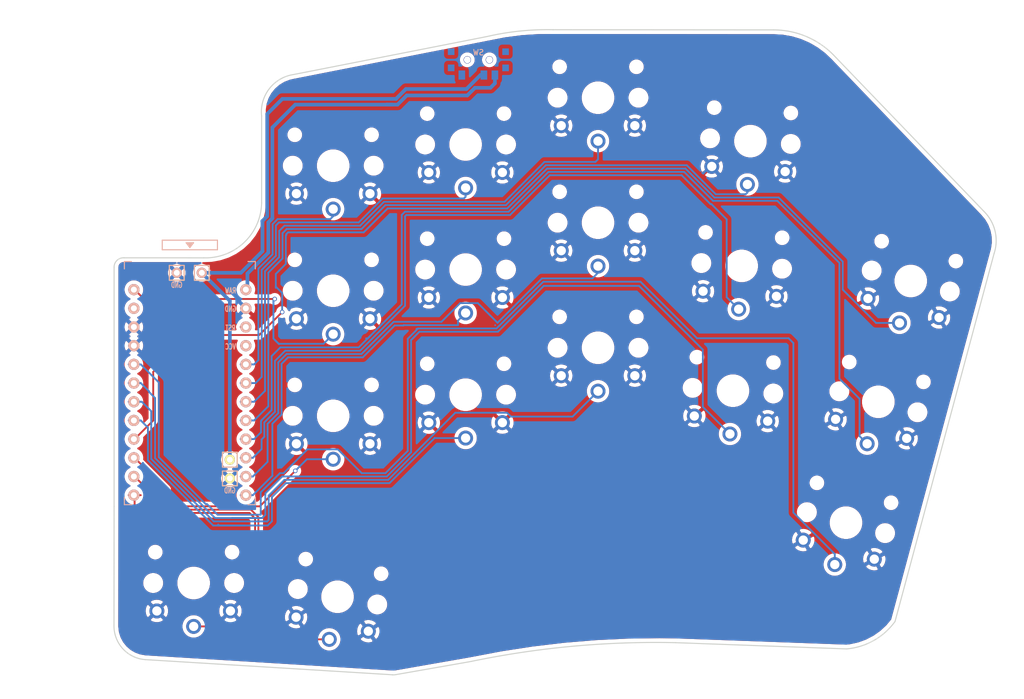
<source format=kicad_pcb>
(kicad_pcb (version 20171130) (host pcbnew "(5.1.10-1-10_14)")
  (title_block (title hypergolic) (date 2020-12-26) (rev 0.1) (company broomlabs))
  (layers (0 F.Cu signal) (31 B.Cu signal) (34 B.Paste user) (35 F.Paste user) (36 B.SilkS user) (37 F.SilkS user) (38 B.Mask user) (39 F.Mask user) (44 Edge.Cuts user))
  (net 0 "")
  (net 1 reset)
  (net 2 BT+)
  (net 3 gnd)
  (net 4 vcc)
  (net 5 Switch18)
  (net 6 Switch1)
  (net 7 Switch2)
  (net 8 Switch3)
  (net 9 Switch4)
  (net 10 Switch5)
  (net 11 Switch6)
  (net 12 Switch7)
  (net 13 Switch8)
  (net 14 Switch9)
  (net 15 Switch10)
  (net 16 Switch11)
  (net 17 Switch12)
  (net 18 Switch13)
  (net 19 Switch14)
  (net 20 Switch15)
  (net 21 Switch16)
  (net 22 Switch17)
  (net 23 "Net-(SW_POWER1-Pad1)")
  (net 24 raw)
  (module Kailh:SW_PG1350_rev_DPB (layer B.Cu) (at 59.26 75.064 180)
    (fp_text reference SW18 hide)
    (fp_text value SW_Push hide)
    (pad "" np_thru_hole circle (at -5.5 0 180) (size 1.7018 1.7018) (drill 1.7018) (layers *.Cu *.Mask))
    (pad "" np_thru_hole circle (at 5.5 0 180) (size 1.7018 1.7018) (drill 1.7018) (layers *.Cu *.Mask))
    (pad "" np_thru_hole circle (at 5.22 4.2 180) (size 0.9906 0.9906) (drill 0.9906) (layers *.Cu *.Mask))
    (pad 1 thru_hole circle (at 0 -5.9 180) (size 2.032 2.032) (drill 1.27) (layers *.Cu *.Mask) (net 20 Switch15))
    (pad 2 thru_hole circle (at -5 -3.8 180) (size 2.032 2.032) (drill 1.27) (layers *.Cu *.Mask) (net 3 gnd))
    (pad "" np_thru_hole circle (at 0 0 180) (size 3.429 3.429) (drill 3.429) (layers *.Cu *.Mask))
    (pad 2 thru_hole circle (at 5 -3.8 180) (size 2.032 2.032) (drill 1.27) (layers *.Cu *.Mask) (net 3 gnd))
    (pad "" np_thru_hole circle (at -5.22 4.2 180) (size 0.9906 0.9906) (drill 0.9906) (layers *.Cu *.Mask))
  )
  (module Kailh:SW_PG1350_rev_DPB (layer B.Cu) (at 115.9747 37.7256 176)
    (fp_text reference SW3 hide)
    (fp_text value SW_Push hide)
    (pad "" np_thru_hole circle (at -5.5 0 176) (size 1.7018 1.7018) (drill 1.7018) (layers *.Cu *.Mask))
    (pad "" np_thru_hole circle (at 5.5 0 176) (size 1.7018 1.7018) (drill 1.7018) (layers *.Cu *.Mask))
    (pad "" np_thru_hole circle (at 5.22 4.2 176) (size 0.9906 0.9906) (drill 0.9906) (layers *.Cu *.Mask))
    (pad 1 thru_hole circle (at 0 -5.9 176) (size 2.032 2.032) (drill 1.27) (layers *.Cu *.Mask) (net 7 Switch2))
    (pad 2 thru_hole circle (at -5 -3.8 176) (size 2.032 2.032) (drill 1.27) (layers *.Cu *.Mask) (net 3 gnd))
    (pad "" np_thru_hole circle (at 0 0 176) (size 3.429 3.429) (drill 3.429) (layers *.Cu *.Mask))
    (pad 2 thru_hole circle (at 5 -3.8 176) (size 2.032 2.032) (drill 1.27) (layers *.Cu *.Mask) (net 3 gnd))
    (pad "" np_thru_hole circle (at -5.22 4.2 176) (size 0.9906 0.9906) (drill 0.9906) (layers *.Cu *.Mask))
  )
  (module Kailh:SW_PG1350_rev_DPB (layer B.Cu) (at 59.26 58.064 180)
    (fp_text reference SW12 hide)
    (fp_text value SW_Push hide)
    (pad "" np_thru_hole circle (at -5.5 0 180) (size 1.7018 1.7018) (drill 1.7018) (layers *.Cu *.Mask))
    (pad "" np_thru_hole circle (at 5.5 0 180) (size 1.7018 1.7018) (drill 1.7018) (layers *.Cu *.Mask))
    (pad "" np_thru_hole circle (at 5.22 4.2 180) (size 0.9906 0.9906) (drill 0.9906) (layers *.Cu *.Mask))
    (pad 1 thru_hole circle (at 0 -5.9 180) (size 2.032 2.032) (drill 1.27) (layers *.Cu *.Mask) (net 15 Switch10))
    (pad 2 thru_hole circle (at -5 -3.8 180) (size 2.032 2.032) (drill 1.27) (layers *.Cu *.Mask) (net 3 gnd))
    (pad "" np_thru_hole circle (at 0 0 180) (size 3.429 3.429) (drill 3.429) (layers *.Cu *.Mask))
    (pad 2 thru_hole circle (at 5 -3.8 180) (size 2.032 2.032) (drill 1.27) (layers *.Cu *.Mask) (net 3 gnd))
    (pad "" np_thru_hole circle (at -5.22 4.2 180) (size 0.9906 0.9906) (drill 0.9906) (layers *.Cu *.Mask))
  )
  (module Kailh:SW_PG1350_rev_DPB (layer B.Cu) (at 40.294 97.79 180)
    (fp_text reference SW21 hide)
    (fp_text value SW_Push hide)
    (pad "" np_thru_hole circle (at -5.5 0 180) (size 1.7018 1.7018) (drill 1.7018) (layers *.Cu *.Mask))
    (pad "" np_thru_hole circle (at 5.5 0 180) (size 1.7018 1.7018) (drill 1.7018) (layers *.Cu *.Mask))
    (pad "" np_thru_hole circle (at 5.22 4.2 180) (size 0.9906 0.9906) (drill 0.9906) (layers *.Cu *.Mask))
    (pad 1 thru_hole circle (at 0 -5.9 180) (size 2.032 2.032) (drill 1.27) (layers *.Cu *.Mask) (net 22 Switch17))
    (pad 2 thru_hole circle (at -5 -3.8 180) (size 2.032 2.032) (drill 1.27) (layers *.Cu *.Mask) (net 3 gnd))
    (pad "" np_thru_hole circle (at 0 0 180) (size 3.429 3.429) (drill 3.429) (layers *.Cu *.Mask))
    (pad 2 thru_hole circle (at 5 -3.8 180) (size 2.032 2.032) (drill 1.27) (layers *.Cu *.Mask) (net 3 gnd))
    (pad "" np_thru_hole circle (at -5.22 4.2 180) (size 0.9906 0.9906) (drill 0.9906) (layers *.Cu *.Mask))
  )
  (module Kailh:SW_PG1350_rev_DPB (layer B.Cu) (at 59.852 99.658 169)
    (fp_text reference SW20 hide)
    (fp_text value SW_Push hide)
    (pad "" np_thru_hole circle (at -5.5 0 169) (size 1.7018 1.7018) (drill 1.7018) (layers *.Cu *.Mask))
    (pad "" np_thru_hole circle (at 5.5 0 169) (size 1.7018 1.7018) (drill 1.7018) (layers *.Cu *.Mask))
    (pad "" np_thru_hole circle (at 5.22 4.2 169) (size 0.9906 0.9906) (drill 0.9906) (layers *.Cu *.Mask))
    (pad 1 thru_hole circle (at 0 -5.9 169) (size 2.032 2.032) (drill 1.27) (layers *.Cu *.Mask) (net 21 Switch16))
    (pad 2 thru_hole circle (at -5 -3.8 169) (size 2.032 2.032) (drill 1.27) (layers *.Cu *.Mask) (net 3 gnd))
    (pad "" np_thru_hole circle (at 0 0 169) (size 3.429 3.429) (drill 3.429) (layers *.Cu *.Mask))
    (pad 2 thru_hole circle (at 5 -3.8 169) (size 2.032 2.032) (drill 1.27) (layers *.Cu *.Mask) (net 3 gnd))
    (pad "" np_thru_hole circle (at -5.22 4.2 169) (size 0.9906 0.9906) (drill 0.9906) (layers *.Cu *.Mask))
  )
  (module Kailh:SW_PG1350_rev_DPB (layer B.Cu) (at 77.26 72.189 180)
    (fp_text reference SW17 hide)
    (fp_text value SW_Push hide)
    (pad "" np_thru_hole circle (at -5.5 0 180) (size 1.7018 1.7018) (drill 1.7018) (layers *.Cu *.Mask))
    (pad "" np_thru_hole circle (at 5.5 0 180) (size 1.7018 1.7018) (drill 1.7018) (layers *.Cu *.Mask))
    (pad "" np_thru_hole circle (at 5.22 4.2 180) (size 0.9906 0.9906) (drill 0.9906) (layers *.Cu *.Mask))
    (pad 1 thru_hole circle (at 0 -5.9 180) (size 2.032 2.032) (drill 1.27) (layers *.Cu *.Mask) (net 19 Switch14))
    (pad 2 thru_hole circle (at -5 -3.8 180) (size 2.032 2.032) (drill 1.27) (layers *.Cu *.Mask) (net 3 gnd))
    (pad "" np_thru_hole circle (at 0 0 180) (size 3.429 3.429) (drill 3.429) (layers *.Cu *.Mask))
    (pad 2 thru_hole circle (at 5 -3.8 180) (size 2.032 2.032) (drill 1.27) (layers *.Cu *.Mask) (net 3 gnd))
    (pad "" np_thru_hole circle (at -5.22 4.2 180) (size 0.9906 0.9906) (drill 0.9906) (layers *.Cu *.Mask))
  )
  (module Kailh:SW_PG1350_rev_DPB (layer B.Cu) (at 95.26 65.814 180)
    (fp_text reference SW16 hide)
    (fp_text value SW_Push hide)
    (pad "" np_thru_hole circle (at -5.5 0 180) (size 1.7018 1.7018) (drill 1.7018) (layers *.Cu *.Mask))
    (pad "" np_thru_hole circle (at 5.5 0 180) (size 1.7018 1.7018) (drill 1.7018) (layers *.Cu *.Mask))
    (pad "" np_thru_hole circle (at 5.22 4.2 180) (size 0.9906 0.9906) (drill 0.9906) (layers *.Cu *.Mask))
    (pad 1 thru_hole circle (at 0 -5.9 180) (size 2.032 2.032) (drill 1.27) (layers *.Cu *.Mask) (net 18 Switch13))
    (pad 2 thru_hole circle (at -5 -3.8 180) (size 2.032 2.032) (drill 1.27) (layers *.Cu *.Mask) (net 3 gnd))
    (pad "" np_thru_hole circle (at 0 0 180) (size 3.429 3.429) (drill 3.429) (layers *.Cu *.Mask))
    (pad 2 thru_hole circle (at 5 -3.8 180) (size 2.032 2.032) (drill 1.27) (layers *.Cu *.Mask) (net 3 gnd))
    (pad "" np_thru_hole circle (at -5.22 4.2 180) (size 0.9906 0.9906) (drill 0.9906) (layers *.Cu *.Mask))
  )
  (module Kailh:SW_PG1350_rev_DPB (layer B.Cu) (at 113.6027 71.6477 176)
    (fp_text reference SW15 hide)
    (fp_text value SW_Push hide)
    (pad "" np_thru_hole circle (at -5.5 0 176) (size 1.7018 1.7018) (drill 1.7018) (layers *.Cu *.Mask))
    (pad "" np_thru_hole circle (at 5.5 0 176) (size 1.7018 1.7018) (drill 1.7018) (layers *.Cu *.Mask))
    (pad "" np_thru_hole circle (at 5.22 4.2 176) (size 0.9906 0.9906) (drill 0.9906) (layers *.Cu *.Mask))
    (pad 1 thru_hole circle (at 0 -5.9 176) (size 2.032 2.032) (drill 1.27) (layers *.Cu *.Mask) (net 17 Switch12))
    (pad 2 thru_hole circle (at -5 -3.8 176) (size 2.032 2.032) (drill 1.27) (layers *.Cu *.Mask) (net 3 gnd))
    (pad "" np_thru_hole circle (at 0 0 176) (size 3.429 3.429) (drill 3.429) (layers *.Cu *.Mask))
    (pad 2 thru_hole circle (at 5 -3.8 176) (size 2.032 2.032) (drill 1.27) (layers *.Cu *.Mask) (net 3 gnd))
    (pad "" np_thru_hole circle (at -5.22 4.2 176) (size 0.9906 0.9906) (drill 0.9906) (layers *.Cu *.Mask))
  )
  (module Kailh:SW_PG1350_rev_DPB (layer B.Cu) (at 77.26 55.184 180)
    (fp_text reference SW11 hide)
    (fp_text value SW_Push hide)
    (pad "" np_thru_hole circle (at -5.5 0 180) (size 1.7018 1.7018) (drill 1.7018) (layers *.Cu *.Mask))
    (pad "" np_thru_hole circle (at 5.5 0 180) (size 1.7018 1.7018) (drill 1.7018) (layers *.Cu *.Mask))
    (pad "" np_thru_hole circle (at 5.22 4.2 180) (size 0.9906 0.9906) (drill 0.9906) (layers *.Cu *.Mask))
    (pad 1 thru_hole circle (at 0 -5.9 180) (size 2.032 2.032) (drill 1.27) (layers *.Cu *.Mask) (net 14 Switch9))
    (pad 2 thru_hole circle (at -5 -3.8 180) (size 2.032 2.032) (drill 1.27) (layers *.Cu *.Mask) (net 3 gnd))
    (pad "" np_thru_hole circle (at 0 0 180) (size 3.429 3.429) (drill 3.429) (layers *.Cu *.Mask))
    (pad 2 thru_hole circle (at 5 -3.8 180) (size 2.032 2.032) (drill 1.27) (layers *.Cu *.Mask) (net 3 gnd))
    (pad "" np_thru_hole circle (at -5.22 4.2 180) (size 0.9906 0.9906) (drill 0.9906) (layers *.Cu *.Mask))
  )
  (module Kailh:SW_PG1350_rev_DPB (layer B.Cu) (at 95.26 48.814 180)
    (fp_text reference SW10 hide)
    (fp_text value SW_Push hide)
    (pad "" np_thru_hole circle (at -5.5 0 180) (size 1.7018 1.7018) (drill 1.7018) (layers *.Cu *.Mask))
    (pad "" np_thru_hole circle (at 5.5 0 180) (size 1.7018 1.7018) (drill 1.7018) (layers *.Cu *.Mask))
    (pad "" np_thru_hole circle (at 5.22 4.2 180) (size 0.9906 0.9906) (drill 0.9906) (layers *.Cu *.Mask))
    (pad 1 thru_hole circle (at 0 -5.9 180) (size 2.032 2.032) (drill 1.27) (layers *.Cu *.Mask) (net 13 Switch8))
    (pad 2 thru_hole circle (at -5 -3.8 180) (size 2.032 2.032) (drill 1.27) (layers *.Cu *.Mask) (net 3 gnd))
    (pad "" np_thru_hole circle (at 0 0 180) (size 3.429 3.429) (drill 3.429) (layers *.Cu *.Mask))
    (pad 2 thru_hole circle (at 5 -3.8 180) (size 2.032 2.032) (drill 1.27) (layers *.Cu *.Mask) (net 3 gnd))
    (pad "" np_thru_hole circle (at -5.22 4.2 180) (size 0.9906 0.9906) (drill 0.9906) (layers *.Cu *.Mask))
  )
  (module Kailh:SW_PG1350_rev_DPB (layer B.Cu) (at 114.7889 54.6842 176)
    (fp_text reference SW9 hide)
    (fp_text value SW_Push hide)
    (pad "" np_thru_hole circle (at -5.5 0 176) (size 1.7018 1.7018) (drill 1.7018) (layers *.Cu *.Mask))
    (pad "" np_thru_hole circle (at 5.5 0 176) (size 1.7018 1.7018) (drill 1.7018) (layers *.Cu *.Mask))
    (pad "" np_thru_hole circle (at 5.22 4.2 176) (size 0.9906 0.9906) (drill 0.9906) (layers *.Cu *.Mask))
    (pad 1 thru_hole circle (at 0 -5.9 176) (size 2.032 2.032) (drill 1.27) (layers *.Cu *.Mask) (net 12 Switch7))
    (pad 2 thru_hole circle (at -5 -3.8 176) (size 2.032 2.032) (drill 1.27) (layers *.Cu *.Mask) (net 3 gnd))
    (pad "" np_thru_hole circle (at 0 0 176) (size 3.429 3.429) (drill 3.429) (layers *.Cu *.Mask))
    (pad 2 thru_hole circle (at 5 -3.8 176) (size 2.032 2.032) (drill 1.27) (layers *.Cu *.Mask) (net 3 gnd))
    (pad "" np_thru_hole circle (at -5.22 4.2 176) (size 0.9906 0.9906) (drill 0.9906) (layers *.Cu *.Mask))
  )
  (module Kailh:SW_PG1350_rev_DPB (layer B.Cu) (at 59.26 41.064 180)
    (fp_text reference SW6 hide)
    (fp_text value SW_Push hide)
    (pad "" np_thru_hole circle (at -5.5 0 180) (size 1.7018 1.7018) (drill 1.7018) (layers *.Cu *.Mask))
    (pad "" np_thru_hole circle (at 5.5 0 180) (size 1.7018 1.7018) (drill 1.7018) (layers *.Cu *.Mask))
    (pad "" np_thru_hole circle (at 5.22 4.2 180) (size 0.9906 0.9906) (drill 0.9906) (layers *.Cu *.Mask))
    (pad 1 thru_hole circle (at 0 -5.9 180) (size 2.032 2.032) (drill 1.27) (layers *.Cu *.Mask) (net 10 Switch5))
    (pad 2 thru_hole circle (at -5 -3.8 180) (size 2.032 2.032) (drill 1.27) (layers *.Cu *.Mask) (net 3 gnd))
    (pad "" np_thru_hole circle (at 0 0 180) (size 3.429 3.429) (drill 3.429) (layers *.Cu *.Mask))
    (pad 2 thru_hole circle (at 5 -3.8 180) (size 2.032 2.032) (drill 1.27) (layers *.Cu *.Mask) (net 3 gnd))
    (pad "" np_thru_hole circle (at -5.22 4.2 180) (size 0.9906 0.9906) (drill 0.9906) (layers *.Cu *.Mask))
  )
  (module Kailh:SW_PG1350_rev_DPB (layer B.Cu) (at 77.26 38.184 180)
    (fp_text reference SW5 hide)
    (fp_text value SW_Push hide)
    (pad "" np_thru_hole circle (at -5.5 0 180) (size 1.7018 1.7018) (drill 1.7018) (layers *.Cu *.Mask))
    (pad "" np_thru_hole circle (at 5.5 0 180) (size 1.7018 1.7018) (drill 1.7018) (layers *.Cu *.Mask))
    (pad "" np_thru_hole circle (at 5.22 4.2 180) (size 0.9906 0.9906) (drill 0.9906) (layers *.Cu *.Mask))
    (pad 1 thru_hole circle (at 0 -5.9 180) (size 2.032 2.032) (drill 1.27) (layers *.Cu *.Mask) (net 9 Switch4))
    (pad 2 thru_hole circle (at -5 -3.8 180) (size 2.032 2.032) (drill 1.27) (layers *.Cu *.Mask) (net 3 gnd))
    (pad "" np_thru_hole circle (at 0 0 180) (size 3.429 3.429) (drill 3.429) (layers *.Cu *.Mask))
    (pad 2 thru_hole circle (at 5 -3.8 180) (size 2.032 2.032) (drill 1.27) (layers *.Cu *.Mask) (net 3 gnd))
    (pad "" np_thru_hole circle (at -5.22 4.2 180) (size 0.9906 0.9906) (drill 0.9906) (layers *.Cu *.Mask))
  )
  (module Kailh:SW_PG1350_rev_DPB (layer B.Cu) (at 95.26 31.824 180)
    (fp_text reference SW4 hide)
    (fp_text value SW_Push hide)
    (pad "" np_thru_hole circle (at -5.5 0 180) (size 1.7018 1.7018) (drill 1.7018) (layers *.Cu *.Mask))
    (pad "" np_thru_hole circle (at 5.5 0 180) (size 1.7018 1.7018) (drill 1.7018) (layers *.Cu *.Mask))
    (pad "" np_thru_hole circle (at 5.22 4.2 180) (size 0.9906 0.9906) (drill 0.9906) (layers *.Cu *.Mask))
    (pad 1 thru_hole circle (at 0 -5.9 180) (size 2.032 2.032) (drill 1.27) (layers *.Cu *.Mask) (net 8 Switch3))
    (pad 2 thru_hole circle (at -5 -3.8 180) (size 2.032 2.032) (drill 1.27) (layers *.Cu *.Mask) (net 3 gnd))
    (pad "" np_thru_hole circle (at 0 0 180) (size 3.429 3.429) (drill 3.429) (layers *.Cu *.Mask))
    (pad 2 thru_hole circle (at 5 -3.8 180) (size 2.032 2.032) (drill 1.27) (layers *.Cu *.Mask) (net 3 gnd))
    (pad "" np_thru_hole circle (at -5.22 4.2 180) (size 0.9906 0.9906) (drill 0.9906) (layers *.Cu *.Mask))
  )
  (module kbd:1pin_conn (layer F.Cu) (at 45.212 81.026)
    (fp_text reference " " (at 0 1.651) (layer F.SilkS) (effects (font (size 0.8128 0.8128))))
    (fp_text value Val** hide)
    (pad 1 thru_hole circle (at 0 0) (size 1.397 1.397) (drill 0.8128) (layers *.Cu *.Mask F.SilkS) (net 2 BT+))
  )
  (module kbd:1pin_conn (layer F.Cu) (at 45.212 83.566)
    (fp_text reference GND (at 0 1.651) (layer B.SilkS) (effects (font (size 0.75 0.5) (thickness 0.125)) (justify mirror)))
    (fp_text value MountingHole_Pad hide)
    (pad 1 thru_hole circle (at 0 0) (size 1.397 1.397) (drill 0.8128) (layers *.Cu *.Mask F.SilkS) (net 3 gnd))
  )
  (module kbd:ProMicro_DPB (layer B.Cu) (at 39.778 72.39 180)
    (fp_text reference U1 hide)
    (fp_text value ProMicro-kbd hide)
    (fp_text user VCC (at -5.522 6.73 unlocked) (layer B.SilkS) (effects (font (size 0.75 0.5) (thickness 0.125)) (justify mirror)))
    (fp_text user RST (at -5.522 9.25 unlocked) (layer B.SilkS) (effects (font (size 0.75 0.5) (thickness 0.125)) (justify mirror)))
    (fp_text user GND (at -5.522 11.86 unlocked) (layer B.SilkS) (effects (font (size 0.75 0.5) (thickness 0.125)) (justify mirror)))
    (fp_text user RAW (at -5.522 14.34 unlocked) (layer B.SilkS) (effects (font (size 0.75 0.5) (thickness 0.125)) (justify mirror)))
    (fp_text user "" (at -0.545 17.4) (layer B.SilkS) (effects (justify mirror)))
    (fp_text user "" (at -1.2515 16.256) (layer F.SilkS))
    (pad 1 thru_hole circle (at 7.6114 14.478 180) (size 1.524 1.524) (drill 0.8128) (layers *.Cu *.Mask B.SilkS) (net 15 Switch10))
    (pad 2 thru_hole circle (at 7.6114 11.938 180) (size 1.524 1.524) (drill 0.8128) (layers *.Cu *.Mask B.SilkS) (net 5 Switch18))
    (pad 3 thru_hole circle (at 7.6114 9.398 180) (size 1.524 1.524) (drill 0.8128) (layers *.Cu *.Mask B.SilkS) (net 3 gnd))
    (pad 4 thru_hole circle (at 7.6114 6.858 180) (size 1.524 1.524) (drill 0.8128) (layers *.Cu *.Mask B.SilkS) (net 3 gnd))
    (pad 5 thru_hole circle (at 7.6114 4.318 180) (size 1.524 1.524) (drill 0.8128) (layers *.Cu *.Mask B.SilkS) (net 16 Switch11))
    (pad 6 thru_hole circle (at 7.6114 1.778 180) (size 1.524 1.524) (drill 0.8128) (layers *.Cu *.Mask B.SilkS) (net 17 Switch12))
    (pad 7 thru_hole circle (at 7.6114 -0.762 180) (size 1.524 1.524) (drill 0.8128) (layers *.Cu *.Mask B.SilkS) (net 18 Switch13))
    (pad 8 thru_hole circle (at 7.6114 -3.302 180) (size 1.524 1.524) (drill 0.8128) (layers *.Cu *.Mask B.SilkS) (net 19 Switch14))
    (pad 9 thru_hole circle (at 7.6114 -5.842 180) (size 1.524 1.524) (drill 0.8128) (layers *.Cu *.Mask B.SilkS) (net 6 Switch1))
    (pad 10 thru_hole circle (at 7.6114 -8.382 180) (size 1.524 1.524) (drill 0.8128) (layers *.Cu *.Mask B.SilkS) (net 20 Switch15))
    (pad 11 thru_hole circle (at 7.6114 -10.922 180) (size 1.524 1.524) (drill 0.8128) (layers *.Cu *.Mask B.SilkS) (net 21 Switch16))
    (pad 12 thru_hole circle (at 7.6114 -13.462 180) (size 1.524 1.524) (drill 0.8128) (layers *.Cu *.Mask B.SilkS) (net 22 Switch17))
    (pad 13 thru_hole circle (at -7.6086 -13.462 180) (size 1.524 1.524) (drill 0.8128) (layers *.Cu *.Mask B.SilkS) (net 14 Switch9))
    (pad 14 thru_hole circle (at -7.6086 -10.922 180) (size 1.524 1.524) (drill 0.8128) (layers *.Cu *.Mask B.SilkS) (net 13 Switch8))
    (pad 15 thru_hole circle (at -7.6086 -8.382 180) (size 1.524 1.524) (drill 0.8128) (layers *.Cu *.Mask B.SilkS) (net 12 Switch7))
    (pad 16 thru_hole circle (at -7.6086 -5.842 180) (size 1.524 1.524) (drill 0.8128) (layers *.Cu *.Mask B.SilkS) (net 11 Switch6))
    (pad 17 thru_hole circle (at -7.6086 -3.302 180) (size 1.524 1.524) (drill 0.8128) (layers *.Cu *.Mask B.SilkS) (net 7 Switch2))
    (pad 18 thru_hole circle (at -7.6086 -0.762 180) (size 1.524 1.524) (drill 0.8128) (layers *.Cu *.Mask B.SilkS) (net 8 Switch3))
    (pad 19 thru_hole circle (at -7.6086 1.778 180) (size 1.524 1.524) (drill 0.8128) (layers *.Cu *.Mask B.SilkS) (net 9 Switch4))
    (pad 20 thru_hole circle (at -7.6086 4.318 180) (size 1.524 1.524) (drill 0.8128) (layers *.Cu *.Mask B.SilkS) (net 10 Switch5))
    (pad 21 thru_hole circle (at -7.6086 6.858 180) (size 1.524 1.524) (drill 0.8128) (layers *.Cu *.Mask B.SilkS) (net 4 vcc))
    (pad 22 thru_hole circle (at -7.6086 9.398 180) (size 1.524 1.524) (drill 0.8128) (layers *.Cu *.Mask B.SilkS) (net 1 reset))
    (pad 23 thru_hole circle (at -7.6086 11.938 180) (size 1.524 1.524) (drill 0.8128) (layers *.Cu *.Mask B.SilkS) (net 3 gnd))
    (pad 24 thru_hole circle (at -7.6086 14.478 180) (size 1.524 1.524) (drill 0.8128) (layers *.Cu *.Mask B.SilkS) (net 24 raw))
  )
  (module kbd:1pin_conn (layer B.Cu) (at 41.402 55.626 180)
    (fp_text reference " " (at 0 -1.651) (layer B.SilkS) (effects (font (size 0.8128 0.8128)) (justify mirror)))
    (fp_text value Val** hide)
    (pad 1 thru_hole circle (at 0 0 180) (size 1.397 1.397) (drill 0.8128) (layers *.Cu *.Mask B.SilkS) (net 2 BT+))
  )
  (module Kailh:SW_PG1350_rev_DPB (layer B.Cu) (at 128.9675 89.5857 165)
    (fp_text reference SW14 hide)
    (fp_text value SW_Push hide)
    (pad "" np_thru_hole circle (at -5.5 0 165) (size 1.7018 1.7018) (drill 1.7018) (layers *.Cu *.Mask))
    (pad "" np_thru_hole circle (at 5.5 0 165) (size 1.7018 1.7018) (drill 1.7018) (layers *.Cu *.Mask))
    (pad "" np_thru_hole circle (at 5.22 4.2 165) (size 0.9906 0.9906) (drill 0.9906) (layers *.Cu *.Mask))
    (pad 1 thru_hole circle (at 0 -5.9 165) (size 2.032 2.032) (drill 1.27) (layers *.Cu *.Mask) (net 16 Switch11))
    (pad 2 thru_hole circle (at -5 -3.8 165) (size 2.032 2.032) (drill 1.27) (layers *.Cu *.Mask) (net 3 gnd))
    (pad "" np_thru_hole circle (at 0 0 165) (size 3.429 3.429) (drill 3.429) (layers *.Cu *.Mask))
    (pad 2 thru_hole circle (at 5 -3.8 165) (size 2.032 2.032) (drill 1.27) (layers *.Cu *.Mask) (net 3 gnd))
    (pad "" np_thru_hole circle (at -5.22 4.2 165) (size 0.9906 0.9906) (drill 0.9906) (layers *.Cu *.Mask))
  )
  (module Kailh:SW_PG1350_rev_DPB (layer B.Cu) (at 133.3687 73.1601 165)
    (fp_text reference SW8 hide)
    (fp_text value SW_Push hide)
    (pad "" np_thru_hole circle (at -5.5 0 165) (size 1.7018 1.7018) (drill 1.7018) (layers *.Cu *.Mask))
    (pad "" np_thru_hole circle (at 5.5 0 165) (size 1.7018 1.7018) (drill 1.7018) (layers *.Cu *.Mask))
    (pad "" np_thru_hole circle (at 5.22 4.2 165) (size 0.9906 0.9906) (drill 0.9906) (layers *.Cu *.Mask))
    (pad 1 thru_hole circle (at 0 -5.9 165) (size 2.032 2.032) (drill 1.27) (layers *.Cu *.Mask) (net 11 Switch6))
    (pad 2 thru_hole circle (at -5 -3.8 165) (size 2.032 2.032) (drill 1.27) (layers *.Cu *.Mask) (net 3 gnd))
    (pad "" np_thru_hole circle (at 0 0 165) (size 3.429 3.429) (drill 3.429) (layers *.Cu *.Mask))
    (pad 2 thru_hole circle (at 5 -3.8 165) (size 2.032 2.032) (drill 1.27) (layers *.Cu *.Mask) (net 3 gnd))
    (pad "" np_thru_hole circle (at -5.22 4.2 165) (size 0.9906 0.9906) (drill 0.9906) (layers *.Cu *.Mask))
  )
  (module Kailh:SW_PG1350_rev_DPB (layer B.Cu) (at 137.7686 56.7394 165)
    (fp_text reference SW2 hide)
    (fp_text value SW_Push hide)
    (pad "" np_thru_hole circle (at -5.5 0 165) (size 1.7018 1.7018) (drill 1.7018) (layers *.Cu *.Mask))
    (pad "" np_thru_hole circle (at 5.5 0 165) (size 1.7018 1.7018) (drill 1.7018) (layers *.Cu *.Mask))
    (pad "" np_thru_hole circle (at 5.22 4.2 165) (size 0.9906 0.9906) (drill 0.9906) (layers *.Cu *.Mask))
    (pad 1 thru_hole circle (at 0 -5.9 165) (size 2.032 2.032) (drill 1.27) (layers *.Cu *.Mask) (net 6 Switch1))
    (pad 2 thru_hole circle (at -5 -3.8 165) (size 2.032 2.032) (drill 1.27) (layers *.Cu *.Mask) (net 3 gnd))
    (pad "" np_thru_hole circle (at 0 0 165) (size 3.429 3.429) (drill 3.429) (layers *.Cu *.Mask))
    (pad 2 thru_hole circle (at 5 -3.8 165) (size 2.032 2.032) (drill 1.27) (layers *.Cu *.Mask) (net 3 gnd))
    (pad "" np_thru_hole circle (at -5.22 4.2 165) (size 0.9906 0.9906) (drill 0.9906) (layers *.Cu *.Mask))
  )
  (module Kailh:SPDT_C128955 (layer B.Cu) (at 78.994 26.67 180)
    (fp_text reference SW (at 0 1) (layer B.SilkS) (effects (font (size 0.75 0.7) (thickness 0.125)) (justify mirror)))
    (fp_text value SW_SPDT)
    (pad 0 smd rect (at -3.7 1.1 180) (size 0.9 0.9) (layers B.Cu B.Paste B.Mask))
    (pad 0 smd rect (at -3.7 -1.1 180) (size 0.9 0.9) (layers B.Cu B.Paste B.Mask))
    (pad 0 smd rect (at 3.7 -1.1 180) (size 0.9 0.9) (layers B.Cu B.Paste B.Mask))
    (pad 0 smd rect (at 3.7 1.1 180) (size 0.9 0.9) (layers B.Cu B.Paste B.Mask))
    (pad 1 smd rect (at 2.25 -2.075 180) (size 0.9 1.25) (layers B.Cu B.Paste B.Mask) (net 23 "Net-(SW_POWER1-Pad1)"))
    (pad 3 smd rect (at -2.25 -2.075 180) (size 0.9 1.25) (layers B.Cu B.Paste B.Mask) (net 24 raw))
    (pad 2 smd rect (at -0.75 -2.075 180) (size 0.9 1.25) (layers B.Cu B.Paste B.Mask) (net 2 BT+))
    (pad "" np_thru_hole circle (at -1.5 0 180) (size 1 1) (drill 0.9) (layers *.Cu *.Mask))
    (pad "" np_thru_hole circle (at 1.5 0 180) (size 1 1) (drill 0.9) (layers *.Cu *.Mask))
  )
  (module kbd:1pin_conn (layer B.Cu) (at 37.998 55.626 180)
    (fp_text reference GND (at 0 -1.651) (layer B.SilkS) (effects (font (size 0.75 0.5) (thickness 0.125)) (justify mirror)))
    (fp_text value MountingHole_Pad hide)
    (pad 1 thru_hole circle (at 0 0 180) (size 1.397 1.397) (drill 0.8128) (layers *.Cu *.Mask B.SilkS) (net 3 gnd))
  )
  (gr_line (start 67.307187 110.265456) (end 33.71168 108.204) (layer Edge.Cuts) (width 0.15))
  (gr_line (start 77.978 108.458) (end 67.818 110.236) (layer Edge.Cuts) (width 0.15))
  (gr_arc (start 34.048381 103.632) (end 33.71168 108.204) (angle 85.78810506) (layer Edge.Cuts) (width 0.15))
  (gr_arc (start 67.466954 108.592186) (end 67.818 110.236) (angle 17.50894085) (layer Edge.Cuts) (width 0.15))
  (gr_arc (start 88.368079 58.96879) (end 80.226393 23.495399) (angle 14.16454563) (layer Edge.Cuts) (width 0.15))
  (gr_arc (start 103.100718 229.109279) (end 105.808454 105.899903) (angle -13.02135768) (layer Edge.Cuts) (width 0.15))
  (gr_line (start 29.464 103.632) (end 29.48 87.376) (angle 90) (layer Edge.Cuts) (width 0.15))
  (gr_line (start 89.154528 22.581567) (end 119.126 22.606) (angle 90) (layer Edge.Cuts) (width 0.15))
  (gr_line (start 129.042052 106.749617) (end 105.808454 105.899903) (layer Edge.Cuts) (width 0.15))
  (gr_arc (start 41.91 45.97261) (end 49.53 46.118151) (angle 90.81459567) (layer Edge.Cuts) (width 0.15))
  (gr_arc (start 54.627507 33.74391) (end 49.53 34.29) (angle 87.32605082) (layer Edge.Cuts) (width 0.15))
  (gr_arc (start 128.265602 97.688346) (end 135.631602 103.022346) (angle 49.19263052) (layer Edge.Cuts) (width 0.15))
  (gr_line (start 127.583515 26.34735) (end 147.746161 47.30532) (angle 90) (layer Edge.Cuts) (width 0.15))
  (gr_arc (start 143.805701 51.247296) (end 147.746161 47.30532) (angle 63.29582795) (layer Edge.Cuts) (width 0.15))
  (gr_line (start 49.53 46.118151) (end 49.53 34.29) (angle 90) (layer Edge.Cuts) (width 0.15))
  (gr_arc (start 30.75 54.854) (end 29.48 54.864) (angle 94.05555909) (layer Edge.Cuts) (width 0.15))
  (gr_arc (start 119.126 34.036) (end 119.126 22.606) (angle 47.72631099) (layer Edge.Cuts) (width 0.15))
  (gr_line (start 30.829844 53.586473) (end 41.656141 53.589771) (angle 90) (layer Edge.Cuts) (width 0.15))
  (gr_line (start 149.098 52.996) (end 135.631602 103.022346) (angle 90) (layer Edge.Cuts) (width 0.15))
  (gr_line (start 29.48 87.376) (end 29.48 54.864) (angle 90) (layer Edge.Cuts) (width 0.15))
  (gr_line (start 53.844201 28.67743) (end 80.226393 23.495399) (angle 90) (layer Edge.Cuts) (width 0.15))
  (segment (start 81.28 62.738) (end 81.279998 62.737998) (width 0.25) (layer B.Cu) (net 0))
  (segment (start 47.498 62.992) (end 46.6796 62.992) (width 0.25) (layer F.Cu) (net 1))
  (segment (start 79.273666 28.745) (end 79.744 28.745) (width 0.5) (layer B.Cu) (net 2))
  (segment (start 77.377333 30.641333) (end 79.273666 28.745) (width 0.5) (layer B.Cu) (net 2))
  (segment (start 69.140647 30.641333) (end 77.377333 30.641333) (width 0.5) (layer B.Cu) (net 2))
  (segment (start 52.34401 31.98399) (end 67.79799 31.98399) (width 0.5) (layer B.Cu) (net 2))
  (segment (start 50.292 34.036) (end 52.34401 31.98399) (width 0.5) (layer B.Cu) (net 2))
  (segment (start 49.621113 48.605114) (end 50.292 47.934227) (width 0.5) (layer B.Cu) (net 2))
  (segment (start 67.79799 31.98399) (end 69.140647 30.641333) (width 0.5) (layer B.Cu) (net 2))
  (segment (start 49.644426 48.628426) (end 49.621113 48.605114) (width 0.5) (layer B.Cu) (net 2))
  (segment (start 49.644426 52.692426) (end 49.644426 48.628426) (width 0.5) (layer B.Cu) (net 2))
  (segment (start 46.710852 55.626) (end 49.644426 52.692426) (width 0.5) (layer B.Cu) (net 2))
  (segment (start 50.292 47.934227) (end 50.292 34.036) (width 0.5) (layer B.Cu) (net 2))
  (segment (start 41.148 55.626) (end 46.710852 55.626) (width 0.5) (layer B.Cu) (net 2))
  (segment (start 41.402 55.626) (end 45.212 59.436) (width 0.5) (layer B.Cu) (net 2))
  (segment (start 45.212 59.436) (end 45.212 81.026) (width 0.5) (layer B.Cu) (net 2))
  (segment (start 51.460046 57.658) (end 51.460046 57.658) (width 0.25) (layer B.Cu) (net 6))
  (via (at 52.324 60.96) (size 0.6) (drill 0.4) (layers F.Cu B.Cu) (net 6))
  (segment (start 133.050103 62.438362) (end 136.241568 62.438362) (width 0.25) (layer B.Cu) (net 6))
  (segment (start 128.523871 54.101871) (end 128.523871 57.912129) (width 0.25) (layer B.Cu) (net 6))
  (segment (start 119.813838 45.391838) (end 128.523871 54.101871) (width 0.25) (layer B.Cu) (net 6))
  (segment (start 53.129575 50.122835) (end 63.415165 50.122835) (width 0.25) (layer B.Cu) (net 6))
  (segment (start 51.460046 55.778046) (end 52.823238 54.414854) (width 0.25) (layer B.Cu) (net 6))
  (segment (start 82.9228 46.87402) (end 88.33683 41.45999) (width 0.25) (layer B.Cu) (net 6))
  (segment (start 52.823238 54.414854) (end 52.823238 50.554762) (width 0.25) (layer B.Cu) (net 6))
  (segment (start 128.523871 57.912129) (end 133.050103 62.438362) (width 0.25) (layer B.Cu) (net 6))
  (segment (start 52.88499 50.36742) (end 53.129575 50.122835) (width 0.25) (layer B.Cu) (net 6))
  (segment (start 66.66398 46.87402) (end 82.9228 46.87402) (width 0.25) (layer B.Cu) (net 6))
  (segment (start 52.823238 50.554762) (end 52.88499 50.49301) (width 0.25) (layer B.Cu) (net 6))
  (segment (start 52.88499 50.49301) (end 52.88499 50.36742) (width 0.25) (layer B.Cu) (net 6))
  (segment (start 63.415165 50.122835) (end 66.66398 46.87402) (width 0.25) (layer B.Cu) (net 6))
  (segment (start 111.081771 45.391837) (end 119.813838 45.391838) (width 0.25) (layer B.Cu) (net 6))
  (segment (start 107.13001 41.45999) (end 107.139967 41.450033) (width 0.25) (layer B.Cu) (net 6))
  (segment (start 88.33683 41.45999) (end 107.13001 41.45999) (width 0.25) (layer B.Cu) (net 6))
  (segment (start 107.139967 41.450033) (end 111.081771 45.391837) (width 0.25) (layer B.Cu) (net 6))
  (segment (start 52.324 58.369908) (end 52.324 60.96) (width 0.25) (layer B.Cu) (net 6))
  (segment (start 51.460046 57.505954) (end 52.324 58.369908) (width 0.25) (layer B.Cu) (net 6))
  (segment (start 51.460046 57.658) (end 51.460046 57.505954) (width 0.25) (layer B.Cu) (net 6))
  (segment (start 51.460046 57.505954) (end 51.460046 55.778046) (width 0.25) (layer B.Cu) (net 6))
  (segment (start 49.204999 64.079001) (end 39.806999 64.079001) (width 0.25) (layer F.Cu) (net 6))
  (segment (start 52.324 60.96) (end 49.204999 64.079001) (width 0.25) (layer F.Cu) (net 6))
  (segment (start 39.806999 64.079001) (end 34.798 69.088) (width 0.25) (layer F.Cu) (net 6))
  (segment (start 34.798 75.7006) (end 32.2666 78.232) (width 0.25) (layer F.Cu) (net 6))
  (segment (start 34.798 69.088) (end 34.798 75.7006) (width 0.25) (layer F.Cu) (net 6))
  (segment (start 52.943175 49.672825) (end 52.91705 49.69895) (width 0.25) (layer B.Cu) (net 7))
  (segment (start 52.373228 53.676002) (end 50.443031 55.606199) (width 0.25) (layer B.Cu) (net 7))
  (segment (start 52.373228 50.242772) (end 52.373228 53.676002) (width 0.25) (layer B.Cu) (net 7))
  (segment (start 48.514 75.692) (end 46.6796 75.692) (width 0.25) (layer B.Cu) (net 7))
  (segment (start 50.443031 73.762969) (end 48.514 75.692) (width 0.25) (layer B.Cu) (net 7))
  (segment (start 50.443031 55.606199) (end 50.443031 73.762969) (width 0.25) (layer B.Cu) (net 7))
  (segment (start 52.943175 49.672825) (end 52.373228 50.242772) (width 0.25) (layer B.Cu) (net 7))
  (segment (start 53.197175 49.672825) (end 52.943175 49.672825) (width 0.25) (layer B.Cu) (net 7))
  (segment (start 63.105995 49.672825) (end 53.197175 49.672825) (width 0.25) (layer B.Cu) (net 7))
  (segment (start 82.7364 46.42401) (end 66.35481 46.42401) (width 0.25) (layer B.Cu) (net 7))
  (segment (start 88.160386 41.000024) (end 82.7364 46.42401) (width 0.25) (layer B.Cu) (net 7))
  (segment (start 111.268172 44.941828) (end 107.326368 41.000024) (width 0.25) (layer B.Cu) (net 7))
  (segment (start 66.35481 46.42401) (end 63.105995 49.672825) (width 0.25) (layer B.Cu) (net 7))
  (segment (start 107.326368 41.000024) (end 88.160386 41.000024) (width 0.25) (layer B.Cu) (net 7))
  (segment (start 115.332172 44.941828) (end 111.268172 44.941828) (width 0.25) (layer B.Cu) (net 7))
  (segment (start 115.563137 44.710863) (end 115.332172 44.941828) (width 0.25) (layer B.Cu) (net 7))
  (segment (start 115.563137 43.611228) (end 115.563137 44.710863) (width 0.25) (layer B.Cu) (net 7))
  (segment (start 49.993021 55.419799) (end 49.993021 71.672979) (width 0.25) (layer B.Cu) (net 8))
  (segment (start 51.923218 53.489602) (end 49.993021 55.419799) (width 0.25) (layer B.Cu) (net 8))
  (segment (start 51.923218 49.930782) (end 51.923218 53.489602) (width 0.25) (layer B.Cu) (net 8))
  (segment (start 62.919595 49.222815) (end 52.631185 49.222815) (width 0.25) (layer B.Cu) (net 8))
  (segment (start 48.514 73.152) (end 46.6796 73.152) (width 0.25) (layer B.Cu) (net 8))
  (segment (start 82.55 45.974) (end 66.16841 45.974) (width 0.25) (layer B.Cu) (net 8))
  (segment (start 87.973986 40.550014) (end 82.55 45.974) (width 0.25) (layer B.Cu) (net 8))
  (segment (start 52.631185 49.222815) (end 51.923218 49.930782) (width 0.25) (layer B.Cu) (net 8))
  (segment (start 49.993021 71.672979) (end 48.514 73.152) (width 0.25) (layer B.Cu) (net 8))
  (segment (start 66.16841 45.974) (end 62.919595 49.222815) (width 0.25) (layer B.Cu) (net 8))
  (segment (start 95.26 40.196028) (end 94.906014 40.550014) (width 0.25) (layer B.Cu) (net 8))
  (segment (start 95.26 37.724) (end 95.26 40.196028) (width 0.25) (layer B.Cu) (net 8))
  (segment (start 94.906014 40.550014) (end 87.973986 40.550014) (width 0.25) (layer B.Cu) (net 8))
  (segment (start 48.71076 70.612) (end 46.6796 70.612) (width 0.25) (layer B.Cu) (net 9))
  (segment (start 49.543011 69.779749) (end 48.71076 70.612) (width 0.25) (layer B.Cu) (net 9))
  (segment (start 49.543011 55.233399) (end 49.543011 69.779749) (width 0.25) (layer B.Cu) (net 9))
  (segment (start 51.892981 48.772805) (end 51.473209 49.192577) (width 0.25) (layer B.Cu) (net 9))
  (segment (start 51.473209 49.192577) (end 51.473209 53.303201) (width 0.25) (layer B.Cu) (net 9))
  (segment (start 65.98201 45.52399) (end 62.733195 48.772805) (width 0.25) (layer B.Cu) (net 9))
  (segment (start 51.473209 53.303201) (end 49.543011 55.233399) (width 0.25) (layer B.Cu) (net 9))
  (segment (start 62.733195 48.772805) (end 51.892981 48.772805) (width 0.25) (layer B.Cu) (net 9))
  (segment (start 77.26 45.28398) (end 77.01999 45.52399) (width 0.25) (layer B.Cu) (net 9))
  (segment (start 77.26 44.084) (end 77.26 45.28398) (width 0.25) (layer B.Cu) (net 9))
  (segment (start 77.01999 45.52399) (end 65.98201 45.52399) (width 0.25) (layer B.Cu) (net 9))
  (segment (start 48.514 68.072) (end 46.6796 68.072) (width 0.25) (layer B.Cu) (net 10))
  (segment (start 49.093001 55.046999) (end 49.093001 67.492999) (width 0.25) (layer B.Cu) (net 10))
  (segment (start 51.023199 53.116801) (end 49.093001 55.046999) (width 0.25) (layer B.Cu) (net 10))
  (segment (start 51.023199 49.006177) (end 51.023199 53.116801) (width 0.25) (layer B.Cu) (net 10))
  (segment (start 49.093001 67.492999) (end 48.514 68.072) (width 0.25) (layer B.Cu) (net 10))
  (segment (start 51.706581 48.322795) (end 51.023199 49.006177) (width 0.25) (layer B.Cu) (net 10))
  (segment (start 59.26 47.928) (end 58.865205 48.322795) (width 0.25) (layer B.Cu) (net 10))
  (segment (start 59.26 46.964) (end 59.26 47.928) (width 0.25) (layer B.Cu) (net 10))
  (segment (start 58.865205 48.322795) (end 51.706581 48.322795) (width 0.25) (layer B.Cu) (net 10))
  (segment (start 130.81 72.750153) (end 130.81 77.827394) (width 0.25) (layer B.Cu) (net 11))
  (segment (start 128.073861 54.288271) (end 128.073861 70.014014) (width 0.25) (layer B.Cu) (net 11))
  (segment (start 119.627436 45.841846) (end 128.073861 54.288271) (width 0.25) (layer B.Cu) (net 11))
  (segment (start 110.895372 45.841846) (end 119.627436 45.841846) (width 0.25) (layer B.Cu) (net 11))
  (segment (start 128.073861 70.014014) (end 130.81 72.750153) (width 0.25) (layer B.Cu) (net 11))
  (segment (start 106.963524 41.91) (end 110.895372 45.841846) (width 0.25) (layer B.Cu) (net 11))
  (segment (start 88.52323 41.91) (end 106.963524 41.91) (width 0.25) (layer B.Cu) (net 11))
  (segment (start 46.6796 78.232) (end 48.514 78.232) (width 0.25) (layer B.Cu) (net 11))
  (segment (start 130.81 77.827394) (end 131.841668 78.859062) (width 0.25) (layer B.Cu) (net 11))
  (segment (start 48.514 78.232) (end 49.445381 77.300619) (width 0.25) (layer B.Cu) (net 11))
  (segment (start 49.445381 77.300619) (end 49.445381 75.776619) (width 0.25) (layer B.Cu) (net 11))
  (segment (start 49.53 75.692) (end 49.53 75.644436) (width 0.25) (layer B.Cu) (net 11))
  (segment (start 49.445381 75.776619) (end 49.53 75.692) (width 0.25) (layer B.Cu) (net 11))
  (segment (start 49.53 75.644436) (end 50.893041 74.281395) (width 0.25) (layer B.Cu) (net 11))
  (segment (start 83.109201 47.324029) (end 88.52323 41.91) (width 0.25) (layer B.Cu) (net 11))
  (segment (start 68.58 59.914293) (end 68.58 47.752) (width 0.25) (layer B.Cu) (net 11))
  (segment (start 68.58 47.752) (end 69.00797 47.32403) (width 0.25) (layer B.Cu) (net 11))
  (segment (start 69.00797 47.32403) (end 83.109201 47.324029) (width 0.25) (layer B.Cu) (net 11))
  (segment (start 63.955283 64.53901) (end 63.73099 64.53901) (width 0.25) (layer B.Cu) (net 11))
  (segment (start 63.955283 64.53901) (end 64.374146 64.120146) (width 0.25) (layer B.Cu) (net 11))
  (segment (start 64.374146 64.120146) (end 68.58 59.914293) (width 0.25) (layer B.Cu) (net 11))
  (segment (start 50.89304 67.47096) (end 50.893041 67.470959) (width 0.25) (layer B.Cu) (net 11))
  (segment (start 50.89304 66.950534) (end 50.89304 67.47096) (width 0.25) (layer B.Cu) (net 11))
  (segment (start 52.079612 65.763962) (end 50.89304 66.950534) (width 0.25) (layer B.Cu) (net 11))
  (segment (start 62.73033 65.763962) (end 52.079612 65.763962) (width 0.25) (layer B.Cu) (net 11))
  (segment (start 64.374146 64.120146) (end 62.73033 65.763962) (width 0.25) (layer B.Cu) (net 11))
  (segment (start 50.893041 74.281395) (end 50.893041 67.470959) (width 0.25) (layer B.Cu) (net 11))
  (segment (start 49.53 79.586762) (end 48.344762 80.772) (width 0.25) (layer B.Cu) (net 12))
  (segment (start 49.53 78.275791) (end 49.53 79.586762) (width 0.25) (layer B.Cu) (net 12))
  (segment (start 49.895391 77.9104) (end 49.53 78.275791) (width 0.25) (layer B.Cu) (net 12))
  (segment (start 51.343051 67.608661) (end 51.343051 74.515359) (width 0.25) (layer B.Cu) (net 12))
  (segment (start 51.343051 74.515359) (end 49.895391 75.963019) (width 0.25) (layer B.Cu) (net 12))
  (segment (start 106.62201 42.36001) (end 88.70963 42.36001) (width 0.25) (layer B.Cu) (net 12))
  (segment (start 69.194372 47.774038) (end 69.03001 47.9384) (width 0.25) (layer B.Cu) (net 12))
  (segment (start 48.344762 80.772) (end 46.6796 80.772) (width 0.25) (layer B.Cu) (net 12))
  (segment (start 110.553856 46.291856) (end 106.62201 42.36001) (width 0.25) (layer B.Cu) (net 12))
  (segment (start 49.895391 75.963019) (end 49.895391 77.9104) (width 0.25) (layer B.Cu) (net 12))
  (segment (start 69.030009 60.100694) (end 62.916731 66.213971) (width 0.25) (layer B.Cu) (net 12))
  (segment (start 52.73774 66.213972) (end 51.343051 67.608661) (width 0.25) (layer B.Cu) (net 12))
  (segment (start 88.70963 42.36001) (end 83.2956 47.774038) (width 0.25) (layer B.Cu) (net 12))
  (segment (start 83.2956 47.774038) (end 69.194372 47.774038) (width 0.25) (layer B.Cu) (net 12))
  (segment (start 62.916731 66.213971) (end 52.73774 66.213972) (width 0.25) (layer B.Cu) (net 12))
  (segment (start 69.03001 47.9384) (end 69.030009 60.100694) (width 0.25) (layer B.Cu) (net 12))
  (segment (start 112.749399 48.361111) (end 110.680144 46.291856) (width 0.25) (layer B.Cu) (net 12))
  (segment (start 112.749399 58.94189) (end 112.749399 48.361111) (width 0.25) (layer B.Cu) (net 12))
  (segment (start 114.377337 60.569828) (end 112.749399 58.94189) (width 0.25) (layer B.Cu) (net 12))
  (segment (start 110.680144 46.291856) (end 110.553856 46.291856) (width 0.25) (layer B.Cu) (net 12))
  (segment (start 48.344762 83.312) (end 46.6796 83.312) (width 0.25) (layer B.Cu) (net 13))
  (segment (start 50.345401 76.400599) (end 50.3454 77.6706) (width 0.25) (layer B.Cu) (net 13))
  (segment (start 50.3454 77.6706) (end 50.3454 81.311362) (width 0.25) (layer B.Cu) (net 13))
  (segment (start 50.3454 81.311362) (end 48.344762 83.312) (width 0.25) (layer B.Cu) (net 13))
  (segment (start 50.345401 77.670599) (end 50.3454 77.6706) (width 0.25) (layer B.Cu) (net 13))
  (segment (start 94.488 56.388) (end 87.63 56.388) (width 0.25) (layer B.Cu) (net 13))
  (segment (start 95.26 54.714) (end 95.26 55.616) (width 0.25) (layer B.Cu) (net 13))
  (segment (start 87.63 56.388) (end 81.598205 62.419795) (width 0.25) (layer B.Cu) (net 13))
  (segment (start 52.924141 66.663981) (end 51.793061 67.795061) (width 0.25) (layer B.Cu) (net 13))
  (segment (start 51.793061 74.701759) (end 50.345401 76.149419) (width 0.25) (layer B.Cu) (net 13))
  (segment (start 50.345401 76.149419) (end 50.345401 77.670599) (width 0.25) (layer B.Cu) (net 13))
  (segment (start 81.598205 62.419795) (end 78.921409 59.742999) (width 0.25) (layer B.Cu) (net 13))
  (segment (start 95.26 55.616) (end 94.488 56.388) (width 0.25) (layer B.Cu) (net 13))
  (segment (start 51.793061 67.795061) (end 51.793061 74.701759) (width 0.25) (layer B.Cu) (net 13))
  (segment (start 78.921409 59.742999) (end 76.516979 59.742999) (width 0.25) (layer B.Cu) (net 13))
  (segment (start 63.103129 66.663981) (end 52.924141 66.663981) (width 0.25) (layer B.Cu) (net 13))
  (segment (start 76.516979 59.742999) (end 73.971989 62.287989) (width 0.25) (layer B.Cu) (net 13))
  (segment (start 73.971989 62.287989) (end 67.479123 62.287989) (width 0.25) (layer B.Cu) (net 13))
  (segment (start 67.479123 62.287989) (end 63.103129 66.663981) (width 0.25) (layer B.Cu) (net 13))
  (segment (start 52.243071 74.888159) (end 50.992615 76.138615) (width 0.25) (layer B.Cu) (net 14))
  (segment (start 52.243071 68.000681) (end 52.243071 74.888159) (width 0.25) (layer B.Cu) (net 14))
  (segment (start 53.129761 67.113991) (end 52.243071 68.000681) (width 0.25) (layer B.Cu) (net 14))
  (segment (start 63.28953 67.11399) (end 53.129761 67.113991) (width 0.25) (layer B.Cu) (net 14))
  (segment (start 50.992615 83.204147) (end 48.344762 85.852) (width 0.25) (layer B.Cu) (net 14))
  (segment (start 67.619566 62.783956) (end 63.28953 67.11399) (width 0.25) (layer B.Cu) (net 14))
  (segment (start 48.344762 85.852) (end 46.6796 85.852) (width 0.25) (layer B.Cu) (net 14))
  (segment (start 68.788044 62.783956) (end 67.619566 62.783956) (width 0.25) (layer B.Cu) (net 14))
  (segment (start 68.834001 62.737999) (end 68.788044 62.783956) (width 0.25) (layer B.Cu) (net 14))
  (segment (start 76.222118 62.737999) (end 68.834001 62.737999) (width 0.25) (layer B.Cu) (net 14))
  (segment (start 50.992615 76.138615) (end 50.992615 83.204147) (width 0.25) (layer B.Cu) (net 14))
  (segment (start 76.222118 62.121882) (end 76.222118 62.737999) (width 0.25) (layer B.Cu) (net 14))
  (segment (start 77.26 61.084) (end 76.222118 62.121882) (width 0.25) (layer B.Cu) (net 14))
  (via (at 51.308 59.182) (size 0.6) (drill 0.4) (layers F.Cu B.Cu) (net 15))
  (segment (start 51.13403 59.35597) (end 51.308 59.182) (width 0.25) (layer B.Cu) (net 15))
  (segment (start 51.13403 60.53203) (end 51.13403 59.35597) (width 0.25) (layer B.Cu) (net 15))
  (segment (start 51.13403 60.53203) (end 51.13403 59.60997) (width 0.25) (layer B.Cu) (net 15))
  (segment (start 51.13403 64.18197) (end 51.13403 60.53203) (width 0.25) (layer B.Cu) (net 15))
  (segment (start 51.13403 64.18197) (end 51.13403 64.554772) (width 0.25) (layer B.Cu) (net 15))
  (segment (start 51.89321 65.313952) (end 51.328629 64.749371) (width 0.25) (layer B.Cu) (net 15))
  (segment (start 51.328629 64.749371) (end 51.893212 65.313952) (width 0.25) (layer B.Cu) (net 15))
  (segment (start 51.13403 64.554772) (end 51.328629 64.749371) (width 0.25) (layer B.Cu) (net 15))
  (segment (start 33.5366 59.182) (end 32.2666 57.912) (width 0.25) (layer F.Cu) (net 15))
  (segment (start 51.308 59.182) (end 33.5366 59.182) (width 0.25) (layer F.Cu) (net 15))
  (segment (start 59.26 63.964) (end 57.946 65.278) (width 0.25) (layer B.Cu) (net 15))
  (segment (start 51.929164 65.278) (end 51.893212 65.313952) (width 0.25) (layer B.Cu) (net 15))
  (segment (start 57.946 65.278) (end 51.929164 65.278) (width 0.25) (layer B.Cu) (net 15))
  (segment (start 41.955201 87.076799) (end 35.56 80.681598) (width 0.25) (layer B.Cu) (net 16))
  (segment (start 43.54998 88.50798) (end 42.118799 87.076799) (width 0.25) (layer B.Cu) (net 16))
  (segment (start 49.41402 88.50798) (end 43.54998 88.50798) (width 0.25) (layer B.Cu) (net 16))
  (segment (start 35.56 70.527238) (end 33.104762 68.072) (width 0.25) (layer B.Cu) (net 16))
  (segment (start 49.41402 85.45998) (end 49.41402 88.50798) (width 0.25) (layer B.Cu) (net 16))
  (segment (start 52.01201 82.86199) (end 49.41402 85.45998) (width 0.25) (layer B.Cu) (net 16))
  (segment (start 52.52001 82.86199) (end 52.01201 82.86199) (width 0.25) (layer B.Cu) (net 16))
  (segment (start 63.142672 82.86199) (end 59.903681 79.622999) (width 0.25) (layer B.Cu) (net 16))
  (segment (start 35.56 80.681598) (end 35.56 70.527238) (width 0.25) (layer B.Cu) (net 16))
  (segment (start 66.3616 82.86199) (end 63.142672 82.86199) (width 0.25) (layer B.Cu) (net 16))
  (segment (start 69.39999 79.8236) (end 66.3616 82.86199) (width 0.25) (layer B.Cu) (net 16))
  (segment (start 69.39999 64.5836) (end 69.39999 79.8236) (width 0.25) (layer B.Cu) (net 16))
  (segment (start 55.759001 79.622999) (end 52.52001 82.86199) (width 0.25) (layer B.Cu) (net 16))
  (segment (start 127.440468 95.284662) (end 127.440468 93.847822) (width 0.25) (layer B.Cu) (net 16))
  (segment (start 70.599966 63.233966) (end 70.599966 63.383624) (width 0.25) (layer B.Cu) (net 16))
  (segment (start 121.813357 88.220711) (end 121.813357 65.171357) (width 0.25) (layer B.Cu) (net 16))
  (segment (start 42.118799 87.076799) (end 41.955201 87.076799) (width 0.25) (layer B.Cu) (net 16))
  (segment (start 121.813357 65.171357) (end 121.158 64.516) (width 0.25) (layer B.Cu) (net 16))
  (segment (start 59.903681 79.622999) (end 55.759001 79.622999) (width 0.25) (layer B.Cu) (net 16))
  (segment (start 70.599966 63.383624) (end 69.39999 64.5836) (width 0.25) (layer B.Cu) (net 16))
  (segment (start 121.158 64.516) (end 108.712 64.516) (width 0.25) (layer B.Cu) (net 16))
  (segment (start 108.712 64.516) (end 101.034009 56.838009) (width 0.25) (layer B.Cu) (net 16))
  (segment (start 70.749624 63.233966) (end 70.599966 63.233966) (width 0.25) (layer B.Cu) (net 16))
  (segment (start 101.034009 56.838009) (end 87.816401 56.838009) (width 0.25) (layer B.Cu) (net 16))
  (segment (start 127.440468 93.847822) (end 121.813357 88.220711) (width 0.25) (layer B.Cu) (net 16))
  (segment (start 70.795581 63.188009) (end 70.749624 63.233966) (width 0.25) (layer B.Cu) (net 16))
  (segment (start 87.816401 56.838009) (end 81.466401 63.188009) (width 0.25) (layer B.Cu) (net 16))
  (segment (start 33.104762 68.072) (end 31.4596 68.072) (width 0.25) (layer B.Cu) (net 16))
  (segment (start 81.466401 63.188009) (end 70.795581 63.188009) (width 0.25) (layer B.Cu) (net 16))
  (segment (start 34.205381 71.712619) (end 33.104762 70.612) (width 0.25) (layer B.Cu) (net 17))
  (segment (start 33.104762 70.612) (end 31.4596 70.612) (width 0.25) (layer B.Cu) (net 17))
  (segment (start 34.205381 71.797381) (end 34.205381 71.712619) (width 0.25) (layer B.Cu) (net 17))
  (segment (start 35.052 80.810008) (end 35.052 72.644) (width 0.25) (layer B.Cu) (net 17))
  (segment (start 35.052 72.644) (end 34.205381 71.797381) (width 0.25) (layer B.Cu) (net 17))
  (segment (start 43.199982 88.95799) (end 35.052 80.810008) (width 0.25) (layer B.Cu) (net 17))
  (segment (start 49.60042 88.95799) (end 45.52399 88.95799) (width 0.25) (layer B.Cu) (net 17))
  (segment (start 45.52399 88.95799) (end 43.199982 88.95799) (width 0.25) (layer B.Cu) (net 17))
  (segment (start 49.60042 88.95799) (end 49.33399 88.95799) (width 0.25) (layer B.Cu) (net 17))
  (segment (start 49.33399 88.95799) (end 45.52399 88.95799) (width 0.25) (layer B.Cu) (net 17))
  (segment (start 49.58799 88.95799) (end 49.33399 88.95799) (width 0.25) (layer B.Cu) (net 17))
  (segment (start 70.358 64.262) (end 69.85 64.77) (width 0.25) (layer B.Cu) (net 17))
  (segment (start 50.038 88.52041) (end 49.721205 88.837205) (width 0.25) (layer B.Cu) (net 17))
  (segment (start 49.721205 88.837205) (end 49.60042 88.95799) (width 0.25) (layer B.Cu) (net 17))
  (segment (start 52.324 83.312) (end 50.038 85.598) (width 0.25) (layer B.Cu) (net 17))
  (segment (start 66.548 83.312) (end 52.324 83.312) (width 0.25) (layer B.Cu) (net 17))
  (segment (start 69.85 80.01) (end 66.548 83.312) (width 0.25) (layer B.Cu) (net 17))
  (segment (start 50.038 85.598) (end 50.038 88.52041) (width 0.25) (layer B.Cu) (net 17))
  (segment (start 69.85 64.77) (end 69.85 80.01) (width 0.25) (layer B.Cu) (net 17))
  (segment (start 108.40001 64.96601) (end 102.743 59.309) (width 0.25) (layer B.Cu) (net 17))
  (segment (start 102.850374 59.416374) (end 102.743 59.309) (width 0.25) (layer B.Cu) (net 17))
  (segment (start 70.981981 63.638019) (end 69.85 64.77) (width 0.25) (layer B.Cu) (net 17))
  (segment (start 81.652801 63.638019) (end 70.981981 63.638019) (width 0.25) (layer B.Cu) (net 17))
  (segment (start 87.88682 57.404) (end 81.652801 63.638019) (width 0.25) (layer B.Cu) (net 17))
  (segment (start 100.838 57.404) (end 87.88682 57.404) (width 0.25) (layer B.Cu) (net 17))
  (segment (start 102.743 59.309) (end 100.838 57.404) (width 0.25) (layer B.Cu) (net 17))
  (segment (start 109.508694 66.074694) (end 108.40001 64.96601) (width 0.25) (layer B.Cu) (net 17))
  (segment (start 109.508694 73.850885) (end 109.508694 66.074694) (width 0.25) (layer B.Cu) (net 17))
  (segment (start 113.191137 77.533328) (end 109.508694 73.850885) (width 0.25) (layer B.Cu) (net 17))
  (segment (start 91.79999 75.17401) (end 91.17601 75.17401) (width 0.25) (layer B.Cu) (net 18))
  (segment (start 95.26 71.714) (end 91.79999 75.17401) (width 0.25) (layer B.Cu) (net 18))
  (segment (start 91.17601 75.17401) (end 83.429692 75.17401) (width 0.25) (layer B.Cu) (net 18))
  (segment (start 83.429692 75.17401) (end 82.903681 74.647999) (width 0.25) (layer B.Cu) (net 18))
  (segment (start 34.528391 80.922809) (end 34.528391 74.437609) (width 0.25) (layer B.Cu) (net 18))
  (segment (start 82.903681 74.647999) (end 75.848411 74.647999) (width 0.25) (layer B.Cu) (net 18))
  (segment (start 75.848411 74.647999) (end 66.7344 83.76201) (width 0.25) (layer B.Cu) (net 18))
  (segment (start 50.48801 85.90999) (end 50.48801 89.21199) (width 0.25) (layer B.Cu) (net 18))
  (segment (start 33.242782 73.152) (end 33.02 73.152) (width 0.25) (layer B.Cu) (net 18))
  (segment (start 66.7344 83.76201) (end 52.63599 83.76201) (width 0.25) (layer B.Cu) (net 18))
  (segment (start 52.63599 83.76201) (end 50.48801 85.90999) (width 0.25) (layer B.Cu) (net 18))
  (segment (start 50.48801 89.21199) (end 50.292 89.408) (width 0.25) (layer B.Cu) (net 18))
  (segment (start 33.02 73.152) (end 31.4596 73.152) (width 0.25) (layer B.Cu) (net 18))
  (segment (start 34.528391 74.437609) (end 33.242782 73.152) (width 0.25) (layer B.Cu) (net 18))
  (segment (start 50.292 89.408) (end 43.013582 89.408) (width 0.25) (layer B.Cu) (net 18))
  (segment (start 43.013582 89.408) (end 34.528391 80.922809) (width 0.25) (layer B.Cu) (net 18))
  (segment (start 33.104762 75.692) (end 31.4596 75.692) (width 0.25) (layer B.Cu) (net 19))
  (segment (start 34.078381 76.665619) (end 33.104762 75.692) (width 0.25) (layer B.Cu) (net 19))
  (segment (start 42.943162 89.97399) (end 34.078381 81.109209) (width 0.25) (layer B.Cu) (net 19))
  (segment (start 34.078381 81.109209) (end 34.078381 76.665619) (width 0.25) (layer B.Cu) (net 19))
  (segment (start 43.63001 89.97399) (end 42.943162 89.97399) (width 0.25) (layer B.Cu) (net 19))
  (segment (start 47.30199 89.97399) (end 43.63001 89.97399) (width 0.25) (layer B.Cu) (net 19))
  (segment (start 50.938019 89.398391) (end 50.36242 89.97399) (width 0.25) (layer B.Cu) (net 19))
  (segment (start 50.93802 86.09639) (end 50.938019 89.398391) (width 0.25) (layer B.Cu) (net 19))
  (segment (start 43.74599 89.97399) (end 43.63001 89.85801) (width 0.25) (layer B.Cu) (net 19))
  (segment (start 66.9208 84.21202) (end 52.82239 84.21202) (width 0.25) (layer B.Cu) (net 19))
  (segment (start 43.63001 89.85801) (end 43.63001 89.97399) (width 0.25) (layer B.Cu) (net 19))
  (segment (start 71.367457 79.765363) (end 66.9208 84.21202) (width 0.25) (layer B.Cu) (net 19))
  (segment (start 52.82239 84.21202) (end 50.93802 86.09639) (width 0.25) (layer B.Cu) (net 19))
  (segment (start 50.36242 89.97399) (end 43.74599 89.97399) (width 0.25) (layer B.Cu) (net 19))
  (segment (start 73.04382 78.089) (end 71.367457 79.765363) (width 0.25) (layer B.Cu) (net 19))
  (segment (start 77.26 78.089) (end 73.04382 78.089) (width 0.25) (layer B.Cu) (net 19))
  (via (at 54.102 82.55) (size 0.6) (drill 0.4) (layers F.Cu B.Cu) (net 20))
  (segment (start 54.102 82.55) (end 49.285028 87.366972) (width 0.25) (layer F.Cu) (net 20))
  (segment (start 49.285028 87.366972) (end 36.566972 87.366972) (width 0.25) (layer F.Cu) (net 20))
  (segment (start 36.566972 85.072372) (end 32.2666 80.772) (width 0.25) (layer F.Cu) (net 20))
  (segment (start 36.566972 87.366972) (end 36.566972 85.072372) (width 0.25) (layer F.Cu) (net 20))
  (segment (start 55.688 80.964) (end 54.102 82.55) (width 0.25) (layer B.Cu) (net 20))
  (segment (start 59.26 80.964) (end 55.688 80.964) (width 0.25) (layer B.Cu) (net 20))
  (segment (start 49.093001 97.972999) (end 49.093001 98.693031) (width 0.25) (layer F.Cu) (net 21))
  (segment (start 33.528 84.5734) (end 32.2666 83.312) (width 0.25) (layer F.Cu) (net 21))
  (segment (start 33.528 85.09) (end 33.528 84.5734) (width 0.25) (layer F.Cu) (net 21))
  (segment (start 36.254982 87.816982) (end 33.528 85.09) (width 0.25) (layer F.Cu) (net 21))
  (segment (start 48.071374 87.816982) (end 36.254982 87.816982) (width 0.25) (layer F.Cu) (net 21))
  (segment (start 49.093001 88.838609) (end 48.071374 87.816982) (width 0.25) (layer F.Cu) (net 21))
  (segment (start 49.093001 97.972999) (end 49.093001 88.838609) (width 0.25) (layer F.Cu) (net 21))
  (segment (start 51.743602 105.4496) (end 49.093001 102.798999) (width 0.25) (layer F.Cu) (net 21))
  (segment (start 58.726227 105.4496) (end 51.743602 105.4496) (width 0.25) (layer F.Cu) (net 21))
  (segment (start 49.093001 102.798999) (end 49.093001 97.972999) (width 0.25) (layer F.Cu) (net 21))
  (segment (start 33.104762 85.852) (end 31.4596 85.852) (width 0.25) (layer F.Cu) (net 22))
  (segment (start 47.884973 88.266991) (end 33.402991 88.266991) (width 0.25) (layer F.Cu) (net 22))
  (segment (start 33.402991 88.266991) (end 32.2666 87.1306) (width 0.25) (layer F.Cu) (net 22))
  (segment (start 48.642991 89.025009) (end 47.884973 88.266991) (width 0.25) (layer F.Cu) (net 22))
  (segment (start 32.2666 87.1306) (end 32.2666 85.852) (width 0.25) (layer F.Cu) (net 22))
  (segment (start 48.642991 101.854) (end 48.642991 89.025009) (width 0.25) (layer F.Cu) (net 22))
  (segment (start 46.806992 103.69) (end 47.689496 102.807496) (width 0.25) (layer F.Cu) (net 22))
  (segment (start 40.294 103.69) (end 46.806992 103.69) (width 0.25) (layer F.Cu) (net 22))
  (segment (start 47.689496 102.807496) (end 48.642991 101.854) (width 0.25) (layer F.Cu) (net 22))
  (segment (start 47.606991 102.89) (end 47.689496 102.807496) (width 0.25) (layer F.Cu) (net 22))
  (segment (start 80.634 30.48) (end 78.528628 30.48) (width 0.5) (layer B.Cu) (net 24))
  (segment (start 81.244 29.87) (end 80.634 30.48) (width 0.5) (layer B.Cu) (net 24))
  (segment (start 81.244 28.745) (end 81.244 29.87) (width 0.5) (layer B.Cu) (net 24))
  (segment (start 69.254628 31.517314) (end 77.491314 31.517314) (width 0.5) (layer B.Cu) (net 24))
  (segment (start 68.005942 32.766) (end 69.254628 31.517314) (width 0.5) (layer B.Cu) (net 24))
  (segment (start 78.528628 30.48) (end 77.491314 31.517314) (width 0.5) (layer B.Cu) (net 24))
  (segment (start 66.548 32.766) (end 68.005942 32.766) (width 0.5) (layer B.Cu) (net 24))
  (segment (start 66.548 32.766) (end 67.31 32.766) (width 0.5) (layer B.Cu) (net 24))
  (segment (start 50.99201 48.22418) (end 50.448189 48.768) (width 0.5) (layer B.Cu) (net 24))
  (segment (start 50.99201 35.87599) (end 50.99201 48.22418) (width 0.5) (layer B.Cu) (net 24))
  (segment (start 50.448189 48.768) (end 50.448189 52.878625) (width 0.5) (layer B.Cu) (net 24))
  (segment (start 54.102 32.766) (end 50.99201 35.87599) (width 0.5) (layer B.Cu) (net 24))
  (segment (start 66.548 32.766) (end 54.102 32.766) (width 0.5) (layer B.Cu) (net 24))
  (segment (start 47.599407 57.799193) (end 47.4866 57.912) (width 0.25) (layer B.Cu) (net 24))
  (segment (start 47.599407 55.727407) (end 47.599407 57.799193) (width 0.5) (layer B.Cu) (net 24))
  (segment (start 50.448189 52.878625) (end 47.599407 55.727407) (width 0.5) (layer B.Cu) (net 24))
  (zone (net 3) (net_name gnd) (layer F.Cu) (connect_pads (clearance 0.508)) (min_thickness 0.254) (fill yes (arc_segments 32) (thermal_gap 0.508) (thermal_bridge_width 0.508))
    (polygon (pts (xy 22.098 20.574) (xy 13.97 113.538) (xy 153.162 112.776) (xy 152.146 18.542)))
  )
  (zone (net 3) (net_name gnd) (layer B.Cu) (connect_pads (clearance 0.508)) (min_thickness 0.254) (fill yes (arc_segments 32) (thermal_gap 0.508) (thermal_bridge_width 0.508))
    (polygon (pts (xy 25.4 20.32) (xy 18.034 111.252) (xy 151.892 111.76) (xy 151.13 19.05)))
  )
)
</source>
